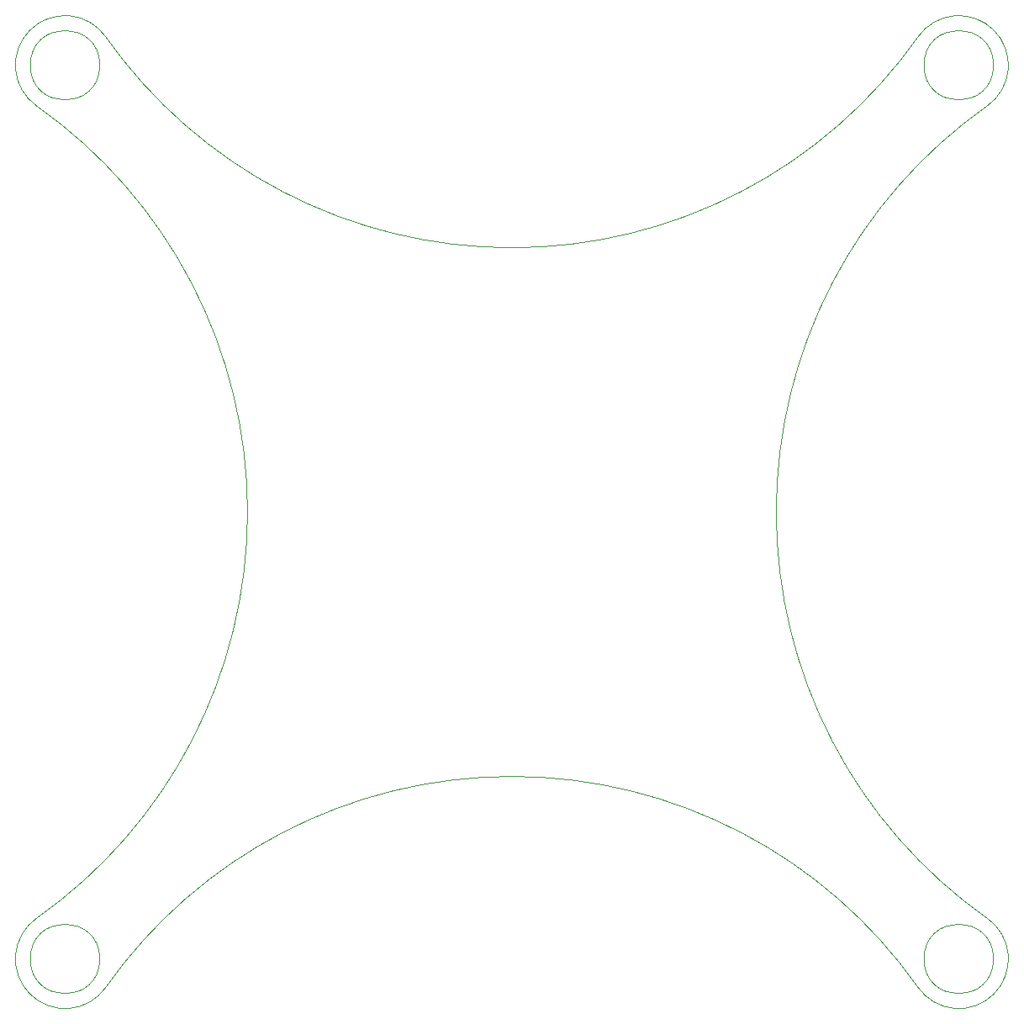
<source format=gm1>
G04 Layer_Color=16711935*
%FSLAX25Y25*%
%MOIN*%
G70*
G01*
G75*
%ADD140C,0.00050*%
D140*
X332392Y266816D02*
G03*
X332392Y588935I-113181J161059D01*
G01*
X681935Y239392D02*
G03*
X359816Y239392I-161059J-113181D01*
G01*
Y616359D02*
G03*
X681935Y616359I161059J113181D01*
G01*
X709359Y588935D02*
G03*
X709359Y266816I113181J-161059D01*
G01*
X711820Y605041D02*
G03*
X711820Y605041I-13780J0D01*
G01*
Y250710D02*
G03*
X711820Y250710I-13780J0D01*
G01*
X357490D02*
G03*
X357490Y250710I-13780J0D01*
G01*
Y605041D02*
G03*
X357490Y605041I-13780J0D01*
G01*
X359816Y616359D02*
G03*
X332392Y588935I-16106J-11318D01*
G01*
X709359D02*
G03*
X681935Y616359I-11318J16106D01*
G01*
Y239392D02*
G03*
X709359Y266816I16106J11318D01*
G01*
X332392D02*
G03*
X359816Y239392I11318J-16106D01*
G01*
M02*

</source>
